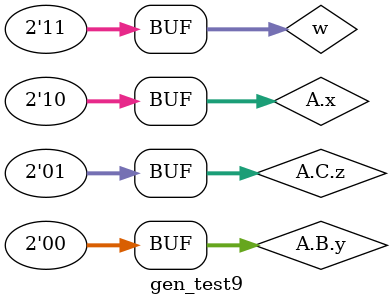
<source format=v>
/* Generated by Yosys 0.62+39 (git sha1 131911291-dirty, g++ 11.4.0-1ubuntu1~22.04.2 -Og -fPIC) */

(* top =  1  *)
(* src = "dut.sv:1.1-60.10" *)
module gen_test9();
  (* src = "dut.sv:15.16-15.17" *)
  wire [1:0] \A.B.y ;
  (* src = "dut.sv:28.16-28.17" *)
  wire [1:0] \A.C.z ;
  (* src = "dut.sv:13.15-13.16" *)
  wire [1:0] \A.x ;
  (* src = "dut.sv:10.13-10.14" *)
  wire [1:0] w;
  assign \A.C.z  = 2'h1;
  assign \A.B.y  = 2'h0;
  assign \A.x  = 2'h2;
  assign w = 2'h3;
endmodule

</source>
